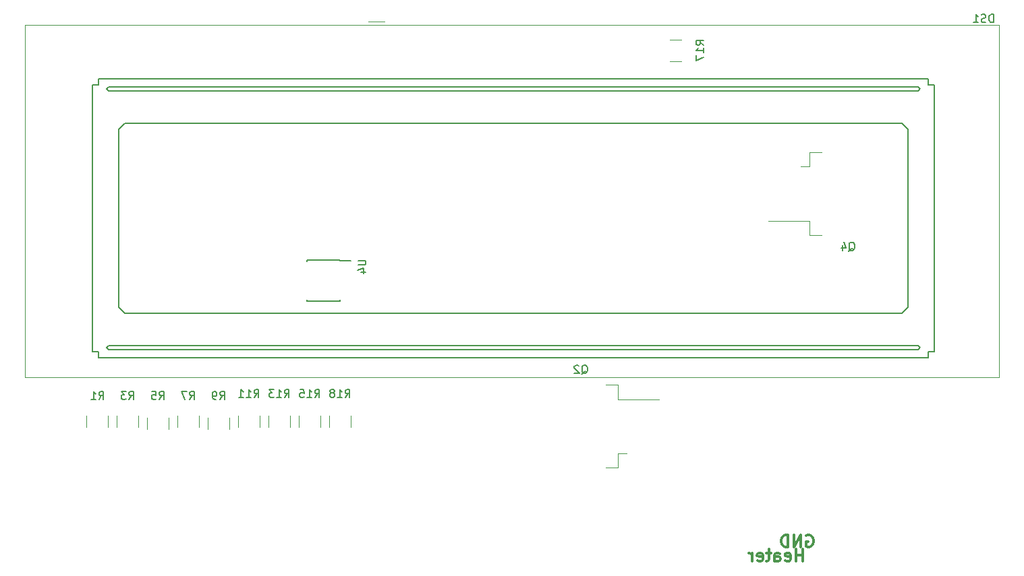
<source format=gbr>
%TF.GenerationSoftware,KiCad,Pcbnew,7.0.2*%
%TF.CreationDate,2023-05-13T16:33:46+02:00*%
%TF.ProjectId,pid_controller,7069645f-636f-46e7-9472-6f6c6c65722e,2.0*%
%TF.SameCoordinates,Original*%
%TF.FileFunction,Legend,Bot*%
%TF.FilePolarity,Positive*%
%FSLAX46Y46*%
G04 Gerber Fmt 4.6, Leading zero omitted, Abs format (unit mm)*
G04 Created by KiCad (PCBNEW 7.0.2) date 2023-05-13 16:33:46*
%MOMM*%
%LPD*%
G01*
G04 APERTURE LIST*
%ADD10C,0.300000*%
%ADD11C,0.150000*%
%ADD12C,0.120000*%
G04 APERTURE END LIST*
D10*
X174117142Y-134912857D02*
X174260000Y-134841428D01*
X174260000Y-134841428D02*
X174474285Y-134841428D01*
X174474285Y-134841428D02*
X174688571Y-134912857D01*
X174688571Y-134912857D02*
X174831428Y-135055714D01*
X174831428Y-135055714D02*
X174902857Y-135198571D01*
X174902857Y-135198571D02*
X174974285Y-135484285D01*
X174974285Y-135484285D02*
X174974285Y-135698571D01*
X174974285Y-135698571D02*
X174902857Y-135984285D01*
X174902857Y-135984285D02*
X174831428Y-136127142D01*
X174831428Y-136127142D02*
X174688571Y-136270000D01*
X174688571Y-136270000D02*
X174474285Y-136341428D01*
X174474285Y-136341428D02*
X174331428Y-136341428D01*
X174331428Y-136341428D02*
X174117142Y-136270000D01*
X174117142Y-136270000D02*
X174045714Y-136198571D01*
X174045714Y-136198571D02*
X174045714Y-135698571D01*
X174045714Y-135698571D02*
X174331428Y-135698571D01*
X173402857Y-136341428D02*
X173402857Y-134841428D01*
X173402857Y-134841428D02*
X172545714Y-136341428D01*
X172545714Y-136341428D02*
X172545714Y-134841428D01*
X171831428Y-136341428D02*
X171831428Y-134841428D01*
X171831428Y-134841428D02*
X171474285Y-134841428D01*
X171474285Y-134841428D02*
X171259999Y-134912857D01*
X171259999Y-134912857D02*
X171117142Y-135055714D01*
X171117142Y-135055714D02*
X171045713Y-135198571D01*
X171045713Y-135198571D02*
X170974285Y-135484285D01*
X170974285Y-135484285D02*
X170974285Y-135698571D01*
X170974285Y-135698571D02*
X171045713Y-135984285D01*
X171045713Y-135984285D02*
X171117142Y-136127142D01*
X171117142Y-136127142D02*
X171259999Y-136270000D01*
X171259999Y-136270000D02*
X171474285Y-136341428D01*
X171474285Y-136341428D02*
X171831428Y-136341428D01*
X173632857Y-138119428D02*
X173632857Y-136619428D01*
X173632857Y-137333714D02*
X172775714Y-137333714D01*
X172775714Y-138119428D02*
X172775714Y-136619428D01*
X171489999Y-138048000D02*
X171632856Y-138119428D01*
X171632856Y-138119428D02*
X171918571Y-138119428D01*
X171918571Y-138119428D02*
X172061428Y-138048000D01*
X172061428Y-138048000D02*
X172132856Y-137905142D01*
X172132856Y-137905142D02*
X172132856Y-137333714D01*
X172132856Y-137333714D02*
X172061428Y-137190857D01*
X172061428Y-137190857D02*
X171918571Y-137119428D01*
X171918571Y-137119428D02*
X171632856Y-137119428D01*
X171632856Y-137119428D02*
X171489999Y-137190857D01*
X171489999Y-137190857D02*
X171418571Y-137333714D01*
X171418571Y-137333714D02*
X171418571Y-137476571D01*
X171418571Y-137476571D02*
X172132856Y-137619428D01*
X170132857Y-138119428D02*
X170132857Y-137333714D01*
X170132857Y-137333714D02*
X170204285Y-137190857D01*
X170204285Y-137190857D02*
X170347142Y-137119428D01*
X170347142Y-137119428D02*
X170632857Y-137119428D01*
X170632857Y-137119428D02*
X170775714Y-137190857D01*
X170132857Y-138048000D02*
X170275714Y-138119428D01*
X170275714Y-138119428D02*
X170632857Y-138119428D01*
X170632857Y-138119428D02*
X170775714Y-138048000D01*
X170775714Y-138048000D02*
X170847142Y-137905142D01*
X170847142Y-137905142D02*
X170847142Y-137762285D01*
X170847142Y-137762285D02*
X170775714Y-137619428D01*
X170775714Y-137619428D02*
X170632857Y-137548000D01*
X170632857Y-137548000D02*
X170275714Y-137548000D01*
X170275714Y-137548000D02*
X170132857Y-137476571D01*
X169632856Y-137119428D02*
X169061428Y-137119428D01*
X169418571Y-136619428D02*
X169418571Y-137905142D01*
X169418571Y-137905142D02*
X169347142Y-138048000D01*
X169347142Y-138048000D02*
X169204285Y-138119428D01*
X169204285Y-138119428D02*
X169061428Y-138119428D01*
X167989999Y-138048000D02*
X168132856Y-138119428D01*
X168132856Y-138119428D02*
X168418571Y-138119428D01*
X168418571Y-138119428D02*
X168561428Y-138048000D01*
X168561428Y-138048000D02*
X168632856Y-137905142D01*
X168632856Y-137905142D02*
X168632856Y-137333714D01*
X168632856Y-137333714D02*
X168561428Y-137190857D01*
X168561428Y-137190857D02*
X168418571Y-137119428D01*
X168418571Y-137119428D02*
X168132856Y-137119428D01*
X168132856Y-137119428D02*
X167989999Y-137190857D01*
X167989999Y-137190857D02*
X167918571Y-137333714D01*
X167918571Y-137333714D02*
X167918571Y-137476571D01*
X167918571Y-137476571D02*
X168632856Y-137619428D01*
X167275714Y-138119428D02*
X167275714Y-137119428D01*
X167275714Y-137405142D02*
X167204285Y-137262285D01*
X167204285Y-137262285D02*
X167132857Y-137190857D01*
X167132857Y-137190857D02*
X166989999Y-137119428D01*
X166989999Y-137119428D02*
X166847142Y-137119428D01*
D11*
%TO.C,R9*%
X100496666Y-117810619D02*
X100829999Y-117334428D01*
X101068094Y-117810619D02*
X101068094Y-116810619D01*
X101068094Y-116810619D02*
X100687142Y-116810619D01*
X100687142Y-116810619D02*
X100591904Y-116858238D01*
X100591904Y-116858238D02*
X100544285Y-116905857D01*
X100544285Y-116905857D02*
X100496666Y-117001095D01*
X100496666Y-117001095D02*
X100496666Y-117143952D01*
X100496666Y-117143952D02*
X100544285Y-117239190D01*
X100544285Y-117239190D02*
X100591904Y-117286809D01*
X100591904Y-117286809D02*
X100687142Y-117334428D01*
X100687142Y-117334428D02*
X101068094Y-117334428D01*
X100020475Y-117810619D02*
X99829999Y-117810619D01*
X99829999Y-117810619D02*
X99734761Y-117763000D01*
X99734761Y-117763000D02*
X99687142Y-117715380D01*
X99687142Y-117715380D02*
X99591904Y-117572523D01*
X99591904Y-117572523D02*
X99544285Y-117382047D01*
X99544285Y-117382047D02*
X99544285Y-117001095D01*
X99544285Y-117001095D02*
X99591904Y-116905857D01*
X99591904Y-116905857D02*
X99639523Y-116858238D01*
X99639523Y-116858238D02*
X99734761Y-116810619D01*
X99734761Y-116810619D02*
X99925237Y-116810619D01*
X99925237Y-116810619D02*
X100020475Y-116858238D01*
X100020475Y-116858238D02*
X100068094Y-116905857D01*
X100068094Y-116905857D02*
X100115713Y-117001095D01*
X100115713Y-117001095D02*
X100115713Y-117239190D01*
X100115713Y-117239190D02*
X100068094Y-117334428D01*
X100068094Y-117334428D02*
X100020475Y-117382047D01*
X100020475Y-117382047D02*
X99925237Y-117429666D01*
X99925237Y-117429666D02*
X99734761Y-117429666D01*
X99734761Y-117429666D02*
X99639523Y-117382047D01*
X99639523Y-117382047D02*
X99591904Y-117334428D01*
X99591904Y-117334428D02*
X99544285Y-117239190D01*
%TO.C,R13*%
X108592857Y-117556619D02*
X108926190Y-117080428D01*
X109164285Y-117556619D02*
X109164285Y-116556619D01*
X109164285Y-116556619D02*
X108783333Y-116556619D01*
X108783333Y-116556619D02*
X108688095Y-116604238D01*
X108688095Y-116604238D02*
X108640476Y-116651857D01*
X108640476Y-116651857D02*
X108592857Y-116747095D01*
X108592857Y-116747095D02*
X108592857Y-116889952D01*
X108592857Y-116889952D02*
X108640476Y-116985190D01*
X108640476Y-116985190D02*
X108688095Y-117032809D01*
X108688095Y-117032809D02*
X108783333Y-117080428D01*
X108783333Y-117080428D02*
X109164285Y-117080428D01*
X107640476Y-117556619D02*
X108211904Y-117556619D01*
X107926190Y-117556619D02*
X107926190Y-116556619D01*
X107926190Y-116556619D02*
X108021428Y-116699476D01*
X108021428Y-116699476D02*
X108116666Y-116794714D01*
X108116666Y-116794714D02*
X108211904Y-116842333D01*
X107307142Y-116556619D02*
X106688095Y-116556619D01*
X106688095Y-116556619D02*
X107021428Y-116937571D01*
X107021428Y-116937571D02*
X106878571Y-116937571D01*
X106878571Y-116937571D02*
X106783333Y-116985190D01*
X106783333Y-116985190D02*
X106735714Y-117032809D01*
X106735714Y-117032809D02*
X106688095Y-117128047D01*
X106688095Y-117128047D02*
X106688095Y-117366142D01*
X106688095Y-117366142D02*
X106735714Y-117461380D01*
X106735714Y-117461380D02*
X106783333Y-117509000D01*
X106783333Y-117509000D02*
X106878571Y-117556619D01*
X106878571Y-117556619D02*
X107164285Y-117556619D01*
X107164285Y-117556619D02*
X107259523Y-117509000D01*
X107259523Y-117509000D02*
X107307142Y-117461380D01*
%TO.C,R3*%
X89066666Y-117810619D02*
X89399999Y-117334428D01*
X89638094Y-117810619D02*
X89638094Y-116810619D01*
X89638094Y-116810619D02*
X89257142Y-116810619D01*
X89257142Y-116810619D02*
X89161904Y-116858238D01*
X89161904Y-116858238D02*
X89114285Y-116905857D01*
X89114285Y-116905857D02*
X89066666Y-117001095D01*
X89066666Y-117001095D02*
X89066666Y-117143952D01*
X89066666Y-117143952D02*
X89114285Y-117239190D01*
X89114285Y-117239190D02*
X89161904Y-117286809D01*
X89161904Y-117286809D02*
X89257142Y-117334428D01*
X89257142Y-117334428D02*
X89638094Y-117334428D01*
X88733332Y-116810619D02*
X88114285Y-116810619D01*
X88114285Y-116810619D02*
X88447618Y-117191571D01*
X88447618Y-117191571D02*
X88304761Y-117191571D01*
X88304761Y-117191571D02*
X88209523Y-117239190D01*
X88209523Y-117239190D02*
X88161904Y-117286809D01*
X88161904Y-117286809D02*
X88114285Y-117382047D01*
X88114285Y-117382047D02*
X88114285Y-117620142D01*
X88114285Y-117620142D02*
X88161904Y-117715380D01*
X88161904Y-117715380D02*
X88209523Y-117763000D01*
X88209523Y-117763000D02*
X88304761Y-117810619D01*
X88304761Y-117810619D02*
X88590475Y-117810619D01*
X88590475Y-117810619D02*
X88685713Y-117763000D01*
X88685713Y-117763000D02*
X88733332Y-117715380D01*
%TO.C,R11*%
X104782857Y-117556619D02*
X105116190Y-117080428D01*
X105354285Y-117556619D02*
X105354285Y-116556619D01*
X105354285Y-116556619D02*
X104973333Y-116556619D01*
X104973333Y-116556619D02*
X104878095Y-116604238D01*
X104878095Y-116604238D02*
X104830476Y-116651857D01*
X104830476Y-116651857D02*
X104782857Y-116747095D01*
X104782857Y-116747095D02*
X104782857Y-116889952D01*
X104782857Y-116889952D02*
X104830476Y-116985190D01*
X104830476Y-116985190D02*
X104878095Y-117032809D01*
X104878095Y-117032809D02*
X104973333Y-117080428D01*
X104973333Y-117080428D02*
X105354285Y-117080428D01*
X103830476Y-117556619D02*
X104401904Y-117556619D01*
X104116190Y-117556619D02*
X104116190Y-116556619D01*
X104116190Y-116556619D02*
X104211428Y-116699476D01*
X104211428Y-116699476D02*
X104306666Y-116794714D01*
X104306666Y-116794714D02*
X104401904Y-116842333D01*
X102878095Y-117556619D02*
X103449523Y-117556619D01*
X103163809Y-117556619D02*
X103163809Y-116556619D01*
X103163809Y-116556619D02*
X103259047Y-116699476D01*
X103259047Y-116699476D02*
X103354285Y-116794714D01*
X103354285Y-116794714D02*
X103449523Y-116842333D01*
%TO.C,R17*%
X161244619Y-73271142D02*
X160768428Y-72937809D01*
X161244619Y-72699714D02*
X160244619Y-72699714D01*
X160244619Y-72699714D02*
X160244619Y-73080666D01*
X160244619Y-73080666D02*
X160292238Y-73175904D01*
X160292238Y-73175904D02*
X160339857Y-73223523D01*
X160339857Y-73223523D02*
X160435095Y-73271142D01*
X160435095Y-73271142D02*
X160577952Y-73271142D01*
X160577952Y-73271142D02*
X160673190Y-73223523D01*
X160673190Y-73223523D02*
X160720809Y-73175904D01*
X160720809Y-73175904D02*
X160768428Y-73080666D01*
X160768428Y-73080666D02*
X160768428Y-72699714D01*
X161244619Y-74223523D02*
X161244619Y-73652095D01*
X161244619Y-73937809D02*
X160244619Y-73937809D01*
X160244619Y-73937809D02*
X160387476Y-73842571D01*
X160387476Y-73842571D02*
X160482714Y-73747333D01*
X160482714Y-73747333D02*
X160530333Y-73652095D01*
X160244619Y-74556857D02*
X160244619Y-75223523D01*
X160244619Y-75223523D02*
X161244619Y-74794952D01*
%TO.C,R18*%
X116212857Y-117556619D02*
X116546190Y-117080428D01*
X116784285Y-117556619D02*
X116784285Y-116556619D01*
X116784285Y-116556619D02*
X116403333Y-116556619D01*
X116403333Y-116556619D02*
X116308095Y-116604238D01*
X116308095Y-116604238D02*
X116260476Y-116651857D01*
X116260476Y-116651857D02*
X116212857Y-116747095D01*
X116212857Y-116747095D02*
X116212857Y-116889952D01*
X116212857Y-116889952D02*
X116260476Y-116985190D01*
X116260476Y-116985190D02*
X116308095Y-117032809D01*
X116308095Y-117032809D02*
X116403333Y-117080428D01*
X116403333Y-117080428D02*
X116784285Y-117080428D01*
X115260476Y-117556619D02*
X115831904Y-117556619D01*
X115546190Y-117556619D02*
X115546190Y-116556619D01*
X115546190Y-116556619D02*
X115641428Y-116699476D01*
X115641428Y-116699476D02*
X115736666Y-116794714D01*
X115736666Y-116794714D02*
X115831904Y-116842333D01*
X114689047Y-116985190D02*
X114784285Y-116937571D01*
X114784285Y-116937571D02*
X114831904Y-116889952D01*
X114831904Y-116889952D02*
X114879523Y-116794714D01*
X114879523Y-116794714D02*
X114879523Y-116747095D01*
X114879523Y-116747095D02*
X114831904Y-116651857D01*
X114831904Y-116651857D02*
X114784285Y-116604238D01*
X114784285Y-116604238D02*
X114689047Y-116556619D01*
X114689047Y-116556619D02*
X114498571Y-116556619D01*
X114498571Y-116556619D02*
X114403333Y-116604238D01*
X114403333Y-116604238D02*
X114355714Y-116651857D01*
X114355714Y-116651857D02*
X114308095Y-116747095D01*
X114308095Y-116747095D02*
X114308095Y-116794714D01*
X114308095Y-116794714D02*
X114355714Y-116889952D01*
X114355714Y-116889952D02*
X114403333Y-116937571D01*
X114403333Y-116937571D02*
X114498571Y-116985190D01*
X114498571Y-116985190D02*
X114689047Y-116985190D01*
X114689047Y-116985190D02*
X114784285Y-117032809D01*
X114784285Y-117032809D02*
X114831904Y-117080428D01*
X114831904Y-117080428D02*
X114879523Y-117175666D01*
X114879523Y-117175666D02*
X114879523Y-117366142D01*
X114879523Y-117366142D02*
X114831904Y-117461380D01*
X114831904Y-117461380D02*
X114784285Y-117509000D01*
X114784285Y-117509000D02*
X114689047Y-117556619D01*
X114689047Y-117556619D02*
X114498571Y-117556619D01*
X114498571Y-117556619D02*
X114403333Y-117509000D01*
X114403333Y-117509000D02*
X114355714Y-117461380D01*
X114355714Y-117461380D02*
X114308095Y-117366142D01*
X114308095Y-117366142D02*
X114308095Y-117175666D01*
X114308095Y-117175666D02*
X114355714Y-117080428D01*
X114355714Y-117080428D02*
X114403333Y-117032809D01*
X114403333Y-117032809D02*
X114498571Y-116985190D01*
%TO.C,Q4*%
X179419238Y-99155857D02*
X179514476Y-99108238D01*
X179514476Y-99108238D02*
X179609714Y-99013000D01*
X179609714Y-99013000D02*
X179752571Y-98870142D01*
X179752571Y-98870142D02*
X179847809Y-98822523D01*
X179847809Y-98822523D02*
X179943047Y-98822523D01*
X179895428Y-99060619D02*
X179990666Y-99013000D01*
X179990666Y-99013000D02*
X180085904Y-98917761D01*
X180085904Y-98917761D02*
X180133523Y-98727285D01*
X180133523Y-98727285D02*
X180133523Y-98393952D01*
X180133523Y-98393952D02*
X180085904Y-98203476D01*
X180085904Y-98203476D02*
X179990666Y-98108238D01*
X179990666Y-98108238D02*
X179895428Y-98060619D01*
X179895428Y-98060619D02*
X179704952Y-98060619D01*
X179704952Y-98060619D02*
X179609714Y-98108238D01*
X179609714Y-98108238D02*
X179514476Y-98203476D01*
X179514476Y-98203476D02*
X179466857Y-98393952D01*
X179466857Y-98393952D02*
X179466857Y-98727285D01*
X179466857Y-98727285D02*
X179514476Y-98917761D01*
X179514476Y-98917761D02*
X179609714Y-99013000D01*
X179609714Y-99013000D02*
X179704952Y-99060619D01*
X179704952Y-99060619D02*
X179895428Y-99060619D01*
X178609714Y-98393952D02*
X178609714Y-99060619D01*
X178847809Y-98013000D02*
X179085904Y-98727285D01*
X179085904Y-98727285D02*
X178466857Y-98727285D01*
%TO.C,Q2*%
X145891238Y-114603857D02*
X145986476Y-114556238D01*
X145986476Y-114556238D02*
X146081714Y-114461000D01*
X146081714Y-114461000D02*
X146224571Y-114318142D01*
X146224571Y-114318142D02*
X146319809Y-114270523D01*
X146319809Y-114270523D02*
X146415047Y-114270523D01*
X146367428Y-114508619D02*
X146462666Y-114461000D01*
X146462666Y-114461000D02*
X146557904Y-114365761D01*
X146557904Y-114365761D02*
X146605523Y-114175285D01*
X146605523Y-114175285D02*
X146605523Y-113841952D01*
X146605523Y-113841952D02*
X146557904Y-113651476D01*
X146557904Y-113651476D02*
X146462666Y-113556238D01*
X146462666Y-113556238D02*
X146367428Y-113508619D01*
X146367428Y-113508619D02*
X146176952Y-113508619D01*
X146176952Y-113508619D02*
X146081714Y-113556238D01*
X146081714Y-113556238D02*
X145986476Y-113651476D01*
X145986476Y-113651476D02*
X145938857Y-113841952D01*
X145938857Y-113841952D02*
X145938857Y-114175285D01*
X145938857Y-114175285D02*
X145986476Y-114365761D01*
X145986476Y-114365761D02*
X146081714Y-114461000D01*
X146081714Y-114461000D02*
X146176952Y-114508619D01*
X146176952Y-114508619D02*
X146367428Y-114508619D01*
X145557904Y-113603857D02*
X145510285Y-113556238D01*
X145510285Y-113556238D02*
X145415047Y-113508619D01*
X145415047Y-113508619D02*
X145176952Y-113508619D01*
X145176952Y-113508619D02*
X145081714Y-113556238D01*
X145081714Y-113556238D02*
X145034095Y-113603857D01*
X145034095Y-113603857D02*
X144986476Y-113699095D01*
X144986476Y-113699095D02*
X144986476Y-113794333D01*
X144986476Y-113794333D02*
X145034095Y-113937190D01*
X145034095Y-113937190D02*
X145605523Y-114508619D01*
X145605523Y-114508619D02*
X144986476Y-114508619D01*
%TO.C,DS1*%
X197584285Y-70405119D02*
X197584285Y-69405119D01*
X197584285Y-69405119D02*
X197346190Y-69405119D01*
X197346190Y-69405119D02*
X197203333Y-69452738D01*
X197203333Y-69452738D02*
X197108095Y-69547976D01*
X197108095Y-69547976D02*
X197060476Y-69643214D01*
X197060476Y-69643214D02*
X197012857Y-69833690D01*
X197012857Y-69833690D02*
X197012857Y-69976547D01*
X197012857Y-69976547D02*
X197060476Y-70167023D01*
X197060476Y-70167023D02*
X197108095Y-70262261D01*
X197108095Y-70262261D02*
X197203333Y-70357500D01*
X197203333Y-70357500D02*
X197346190Y-70405119D01*
X197346190Y-70405119D02*
X197584285Y-70405119D01*
X196631904Y-70357500D02*
X196489047Y-70405119D01*
X196489047Y-70405119D02*
X196250952Y-70405119D01*
X196250952Y-70405119D02*
X196155714Y-70357500D01*
X196155714Y-70357500D02*
X196108095Y-70309880D01*
X196108095Y-70309880D02*
X196060476Y-70214642D01*
X196060476Y-70214642D02*
X196060476Y-70119404D01*
X196060476Y-70119404D02*
X196108095Y-70024166D01*
X196108095Y-70024166D02*
X196155714Y-69976547D01*
X196155714Y-69976547D02*
X196250952Y-69928928D01*
X196250952Y-69928928D02*
X196441428Y-69881309D01*
X196441428Y-69881309D02*
X196536666Y-69833690D01*
X196536666Y-69833690D02*
X196584285Y-69786071D01*
X196584285Y-69786071D02*
X196631904Y-69690833D01*
X196631904Y-69690833D02*
X196631904Y-69595595D01*
X196631904Y-69595595D02*
X196584285Y-69500357D01*
X196584285Y-69500357D02*
X196536666Y-69452738D01*
X196536666Y-69452738D02*
X196441428Y-69405119D01*
X196441428Y-69405119D02*
X196203333Y-69405119D01*
X196203333Y-69405119D02*
X196060476Y-69452738D01*
X195108095Y-70405119D02*
X195679523Y-70405119D01*
X195393809Y-70405119D02*
X195393809Y-69405119D01*
X195393809Y-69405119D02*
X195489047Y-69547976D01*
X195489047Y-69547976D02*
X195584285Y-69643214D01*
X195584285Y-69643214D02*
X195679523Y-69690833D01*
%TO.C,R1*%
X85306666Y-117810619D02*
X85639999Y-117334428D01*
X85878094Y-117810619D02*
X85878094Y-116810619D01*
X85878094Y-116810619D02*
X85497142Y-116810619D01*
X85497142Y-116810619D02*
X85401904Y-116858238D01*
X85401904Y-116858238D02*
X85354285Y-116905857D01*
X85354285Y-116905857D02*
X85306666Y-117001095D01*
X85306666Y-117001095D02*
X85306666Y-117143952D01*
X85306666Y-117143952D02*
X85354285Y-117239190D01*
X85354285Y-117239190D02*
X85401904Y-117286809D01*
X85401904Y-117286809D02*
X85497142Y-117334428D01*
X85497142Y-117334428D02*
X85878094Y-117334428D01*
X84354285Y-117810619D02*
X84925713Y-117810619D01*
X84639999Y-117810619D02*
X84639999Y-116810619D01*
X84639999Y-116810619D02*
X84735237Y-116953476D01*
X84735237Y-116953476D02*
X84830475Y-117048714D01*
X84830475Y-117048714D02*
X84925713Y-117096333D01*
%TO.C,R5*%
X92876666Y-117810619D02*
X93209999Y-117334428D01*
X93448094Y-117810619D02*
X93448094Y-116810619D01*
X93448094Y-116810619D02*
X93067142Y-116810619D01*
X93067142Y-116810619D02*
X92971904Y-116858238D01*
X92971904Y-116858238D02*
X92924285Y-116905857D01*
X92924285Y-116905857D02*
X92876666Y-117001095D01*
X92876666Y-117001095D02*
X92876666Y-117143952D01*
X92876666Y-117143952D02*
X92924285Y-117239190D01*
X92924285Y-117239190D02*
X92971904Y-117286809D01*
X92971904Y-117286809D02*
X93067142Y-117334428D01*
X93067142Y-117334428D02*
X93448094Y-117334428D01*
X91971904Y-116810619D02*
X92448094Y-116810619D01*
X92448094Y-116810619D02*
X92495713Y-117286809D01*
X92495713Y-117286809D02*
X92448094Y-117239190D01*
X92448094Y-117239190D02*
X92352856Y-117191571D01*
X92352856Y-117191571D02*
X92114761Y-117191571D01*
X92114761Y-117191571D02*
X92019523Y-117239190D01*
X92019523Y-117239190D02*
X91971904Y-117286809D01*
X91971904Y-117286809D02*
X91924285Y-117382047D01*
X91924285Y-117382047D02*
X91924285Y-117620142D01*
X91924285Y-117620142D02*
X91971904Y-117715380D01*
X91971904Y-117715380D02*
X92019523Y-117763000D01*
X92019523Y-117763000D02*
X92114761Y-117810619D01*
X92114761Y-117810619D02*
X92352856Y-117810619D01*
X92352856Y-117810619D02*
X92448094Y-117763000D01*
X92448094Y-117763000D02*
X92495713Y-117715380D01*
%TO.C,R15*%
X112402857Y-117556619D02*
X112736190Y-117080428D01*
X112974285Y-117556619D02*
X112974285Y-116556619D01*
X112974285Y-116556619D02*
X112593333Y-116556619D01*
X112593333Y-116556619D02*
X112498095Y-116604238D01*
X112498095Y-116604238D02*
X112450476Y-116651857D01*
X112450476Y-116651857D02*
X112402857Y-116747095D01*
X112402857Y-116747095D02*
X112402857Y-116889952D01*
X112402857Y-116889952D02*
X112450476Y-116985190D01*
X112450476Y-116985190D02*
X112498095Y-117032809D01*
X112498095Y-117032809D02*
X112593333Y-117080428D01*
X112593333Y-117080428D02*
X112974285Y-117080428D01*
X111450476Y-117556619D02*
X112021904Y-117556619D01*
X111736190Y-117556619D02*
X111736190Y-116556619D01*
X111736190Y-116556619D02*
X111831428Y-116699476D01*
X111831428Y-116699476D02*
X111926666Y-116794714D01*
X111926666Y-116794714D02*
X112021904Y-116842333D01*
X110545714Y-116556619D02*
X111021904Y-116556619D01*
X111021904Y-116556619D02*
X111069523Y-117032809D01*
X111069523Y-117032809D02*
X111021904Y-116985190D01*
X111021904Y-116985190D02*
X110926666Y-116937571D01*
X110926666Y-116937571D02*
X110688571Y-116937571D01*
X110688571Y-116937571D02*
X110593333Y-116985190D01*
X110593333Y-116985190D02*
X110545714Y-117032809D01*
X110545714Y-117032809D02*
X110498095Y-117128047D01*
X110498095Y-117128047D02*
X110498095Y-117366142D01*
X110498095Y-117366142D02*
X110545714Y-117461380D01*
X110545714Y-117461380D02*
X110593333Y-117509000D01*
X110593333Y-117509000D02*
X110688571Y-117556619D01*
X110688571Y-117556619D02*
X110926666Y-117556619D01*
X110926666Y-117556619D02*
X111021904Y-117509000D01*
X111021904Y-117509000D02*
X111069523Y-117461380D01*
%TO.C,U4*%
X117826619Y-100330095D02*
X118636142Y-100330095D01*
X118636142Y-100330095D02*
X118731380Y-100377714D01*
X118731380Y-100377714D02*
X118779000Y-100425333D01*
X118779000Y-100425333D02*
X118826619Y-100520571D01*
X118826619Y-100520571D02*
X118826619Y-100711047D01*
X118826619Y-100711047D02*
X118779000Y-100806285D01*
X118779000Y-100806285D02*
X118731380Y-100853904D01*
X118731380Y-100853904D02*
X118636142Y-100901523D01*
X118636142Y-100901523D02*
X117826619Y-100901523D01*
X118159952Y-101806285D02*
X118826619Y-101806285D01*
X117779000Y-101568190D02*
X118493285Y-101330095D01*
X118493285Y-101330095D02*
X118493285Y-101949142D01*
%TO.C,R7*%
X96686666Y-117810619D02*
X97019999Y-117334428D01*
X97258094Y-117810619D02*
X97258094Y-116810619D01*
X97258094Y-116810619D02*
X96877142Y-116810619D01*
X96877142Y-116810619D02*
X96781904Y-116858238D01*
X96781904Y-116858238D02*
X96734285Y-116905857D01*
X96734285Y-116905857D02*
X96686666Y-117001095D01*
X96686666Y-117001095D02*
X96686666Y-117143952D01*
X96686666Y-117143952D02*
X96734285Y-117239190D01*
X96734285Y-117239190D02*
X96781904Y-117286809D01*
X96781904Y-117286809D02*
X96877142Y-117334428D01*
X96877142Y-117334428D02*
X97258094Y-117334428D01*
X96353332Y-116810619D02*
X95686666Y-116810619D01*
X95686666Y-116810619D02*
X96115237Y-117810619D01*
D12*
%TO.C,R9*%
X98975000Y-121504737D02*
X98975000Y-120057263D01*
X101685000Y-121504737D02*
X101685000Y-120057263D01*
%TO.C,R13*%
X106595000Y-121312237D02*
X106595000Y-119864763D01*
X109305000Y-121312237D02*
X109305000Y-119864763D01*
%TO.C,R3*%
X87545000Y-121312237D02*
X87545000Y-119864763D01*
X90255000Y-121312237D02*
X90255000Y-119864763D01*
%TO.C,R11*%
X102785000Y-121312237D02*
X102785000Y-119864763D01*
X105495000Y-121312237D02*
X105495000Y-119864763D01*
%TO.C,R17*%
X158396237Y-75269000D02*
X156948763Y-75269000D01*
X158396237Y-72559000D02*
X156948763Y-72559000D01*
%TO.C,R18*%
X114215000Y-121312237D02*
X114215000Y-119864763D01*
X116925000Y-121312237D02*
X116925000Y-119864763D01*
%TO.C,Q4*%
X174499000Y-86748000D02*
X174499000Y-88558000D01*
X174499000Y-88558000D02*
X173399000Y-88558000D01*
X174499000Y-95338000D02*
X169374000Y-95338000D01*
X174499000Y-97148000D02*
X174499000Y-95338000D01*
X175999000Y-86748000D02*
X174499000Y-86748000D01*
X175999000Y-97148000D02*
X174499000Y-97148000D01*
%TO.C,Q2*%
X150458000Y-126377000D02*
X150458000Y-124567000D01*
X150458000Y-124567000D02*
X151558000Y-124567000D01*
X150458000Y-117787000D02*
X155583000Y-117787000D01*
X150458000Y-115977000D02*
X150458000Y-117787000D01*
X148958000Y-126377000D02*
X150458000Y-126377000D01*
X148958000Y-115977000D02*
X150458000Y-115977000D01*
%TO.C,DS1*%
X198300000Y-114992500D02*
X76020000Y-114992500D01*
X198300000Y-70712500D02*
X198300000Y-114992500D01*
D11*
X190137000Y-78305500D02*
X190137000Y-111833500D01*
X189375000Y-112595500D02*
X189375000Y-111833500D01*
X189375000Y-112595500D02*
X85235000Y-112595500D01*
X189375000Y-111833500D02*
X190137000Y-111833500D01*
X189375000Y-78305500D02*
X190137000Y-78305500D01*
X189375000Y-77543500D02*
X189375000Y-78305500D01*
X188359000Y-111325500D02*
X188105000Y-111579500D01*
X188359000Y-78813500D02*
X188105000Y-79067500D01*
X188105000Y-111579500D02*
X86505000Y-111579500D01*
X188105000Y-111071500D02*
X188359000Y-111325500D01*
X188105000Y-79067500D02*
X86505000Y-79067500D01*
X188105000Y-78559500D02*
X188359000Y-78813500D01*
X186835000Y-106245500D02*
X186835000Y-83893500D01*
X186835000Y-83893500D02*
X186073000Y-83131500D01*
X186073000Y-107007500D02*
X186835000Y-106245500D01*
X186073000Y-83131500D02*
X88537000Y-83131500D01*
D12*
X121160000Y-70352500D02*
X119160000Y-70352500D01*
D11*
X88537000Y-107007500D02*
X186073000Y-107007500D01*
X88537000Y-83131500D02*
X87775000Y-83893500D01*
X87775000Y-106245500D02*
X88537000Y-107007500D01*
X87775000Y-83893500D02*
X87775000Y-106245500D01*
X86505000Y-111579500D02*
X86251000Y-111325500D01*
X86505000Y-111071500D02*
X188105000Y-111071500D01*
X86505000Y-78559500D02*
X188105000Y-78559500D01*
X86505000Y-78559500D02*
X86251000Y-78813500D01*
X86251000Y-111325500D02*
X86505000Y-111071500D01*
X86251000Y-78813500D02*
X86505000Y-79067500D01*
X85235000Y-111833500D02*
X85235000Y-112595500D01*
X85235000Y-78305500D02*
X84473000Y-78305500D01*
X85235000Y-77543500D02*
X189375000Y-77543500D01*
X85235000Y-77543500D02*
X85235000Y-78305500D01*
X84473000Y-111833500D02*
X85235000Y-111833500D01*
X84473000Y-111833500D02*
X84473000Y-78305500D01*
D12*
X76020000Y-70712500D02*
X198300000Y-70712500D01*
X76020000Y-70712500D02*
X76020000Y-114992500D01*
%TO.C,R1*%
X83735000Y-121312237D02*
X83735000Y-119864763D01*
X86445000Y-121312237D02*
X86445000Y-119864763D01*
%TO.C,R5*%
X91355000Y-121504737D02*
X91355000Y-120057263D01*
X94065000Y-121504737D02*
X94065000Y-120057263D01*
%TO.C,R15*%
X110405000Y-121312237D02*
X110405000Y-119864763D01*
X113115000Y-121312237D02*
X113115000Y-119864763D01*
D11*
%TO.C,U4*%
X115555000Y-105445000D02*
X115555000Y-105300000D01*
X115555000Y-105445000D02*
X111405000Y-105445000D01*
X115555000Y-100345000D02*
X116955000Y-100345000D01*
X115555000Y-100295000D02*
X115555000Y-100345000D01*
X115555000Y-100295000D02*
X111405000Y-100295000D01*
X111405000Y-105445000D02*
X111405000Y-105300000D01*
X111405000Y-100295000D02*
X111405000Y-100440000D01*
D12*
%TO.C,R7*%
X95165000Y-121312237D02*
X95165000Y-119864763D01*
X97875000Y-121312237D02*
X97875000Y-119864763D01*
%TD*%
M02*

</source>
